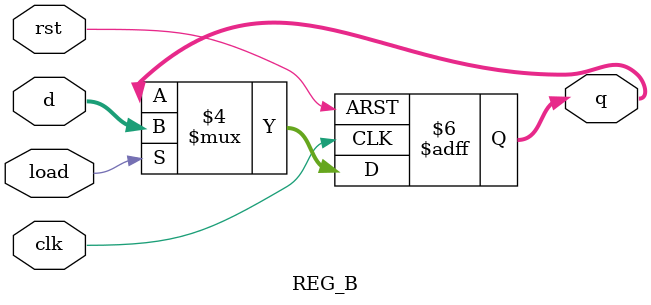
<source format=v>
module REG_B (rst, clk, load, d, q);
	
	input[15:0] d;
	input rst, clk, load;
	
	output[15:0] q;
	
	reg[15:0] q;
	
	always @(posedge clk or posedge rst) begin
		if (rst==1'b1) q <= {16{1'b0}} ;
			else begin
					if (load==1'b1) q <= d;
					end
	end
	
endmodule
</source>
